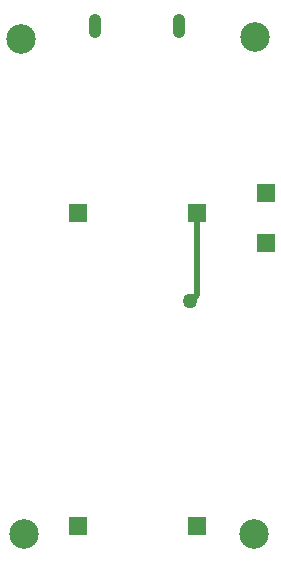
<source format=gbr>
%TF.GenerationSoftware,Altium Limited,Altium Designer,20.0.13 (296)*%
G04 Layer_Physical_Order=2*
G04 Layer_Color=16711680*
%FSLAX45Y45*%
%MOMM*%
%TF.FileFunction,Copper,L2,Bot,Signal*%
%TF.Part,Single*%
G01*
G75*
%TA.AperFunction,Conductor*%
%ADD21C,0.50000*%
%TA.AperFunction,ComponentPad*%
%ADD23O,1.05000X2.10000*%
%ADD24R,1.50000X1.50000*%
%TA.AperFunction,ViaPad*%
%ADD25C,2.50000*%
%ADD26C,1.27000*%
D21*
X15074899Y10266680D02*
Y10960100D01*
X15019020Y10210800D02*
X15074899Y10266680D01*
D23*
X14209399Y12545898D02*
D03*
X14924400D02*
D03*
D24*
X15659100Y11125200D02*
D03*
Y10706100D02*
D03*
X15074899Y10960100D02*
D03*
X15071597Y8305800D02*
D03*
X14071600Y10960100D02*
D03*
Y8305800D02*
D03*
D25*
X15570200Y12446000D02*
D03*
X13589000Y12433300D02*
D03*
X13614400Y8242300D02*
D03*
X15557500D02*
D03*
D26*
X15019020Y10210800D02*
D03*
%TF.MD5,567d4b262175327562889e56bf978bbc*%
M02*

</source>
